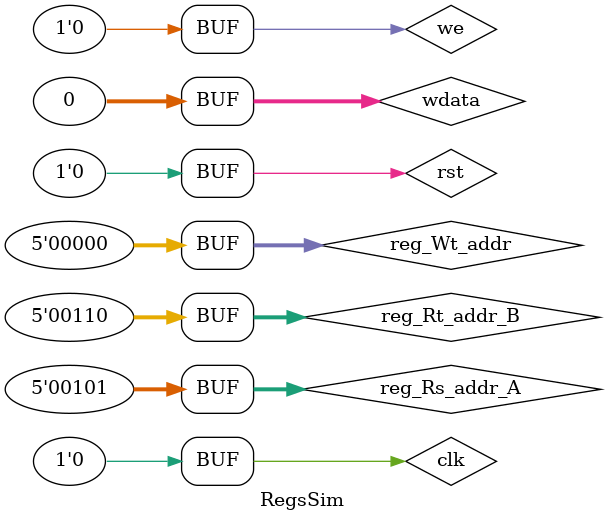
<source format=v>
`timescale 1ns / 1ps


module RegsSim;

	// Inputs
	reg clk;
	reg rst;
	reg we;
	reg [4:0] reg_Rs_addr_A;
	reg [4:0] reg_Rt_addr_B;
	reg [4:0] reg_Wt_addr;
	reg [31:0] wdata;

	// Outputs
	wire [31:0] rdata_A;
	wire [31:0] rdata_B;

	// Instantiate the Unit Under Test (UUT)
	Regs uut (
		.clk(clk), 
		.rst(rst), 
		.we(we), 
		.reg_Rs_addr_A(reg_Rs_addr_A), 
		.reg_Rt_addr_B(reg_Rt_addr_B), 
		.reg_Wt_addr(reg_Wt_addr), 
		.wdata(wdata), 
		.rdata_A(rdata_A), 
		.rdata_B(rdata_B)
	);

	initial begin
		// Initialize Inputs
		clk = 0;
		rst = 0;
		we = 0;
		reg_Rs_addr_A = 0;
		reg_Rt_addr_B = 0;
		reg_Wt_addr = 0;
		wdata = 0;

		// Wait 100 ns for global reset to finish
		#100;
        
		// Add stimulus here
		rst = 1;
		#50;
		rst = 0;
		we = 1;
		reg_Rs_addr_A = 0;
		reg_Rt_addr_B = 0;
		reg_Wt_addr = 5;
		wdata = 32'hA5A5A5A5;
		#20;
		we = 1;
		reg_Rs_addr_A = 0;
		reg_Rt_addr_B = 0;
		reg_Wt_addr = 6;
		wdata = 32'h55AA55AA;
		#20;
		we = 1;
		reg_Rs_addr_A = 0;
		reg_Rt_addr_B = 0;
		reg_Wt_addr = 0;
		wdata = 32'hAAAA5555;
		#20;
		we = 0;
		reg_Rs_addr_A = 5;
		reg_Rt_addr_B = 6;
		reg_Wt_addr = 0;
		wdata = 0;
		#20;
	end
      
endmodule


</source>
